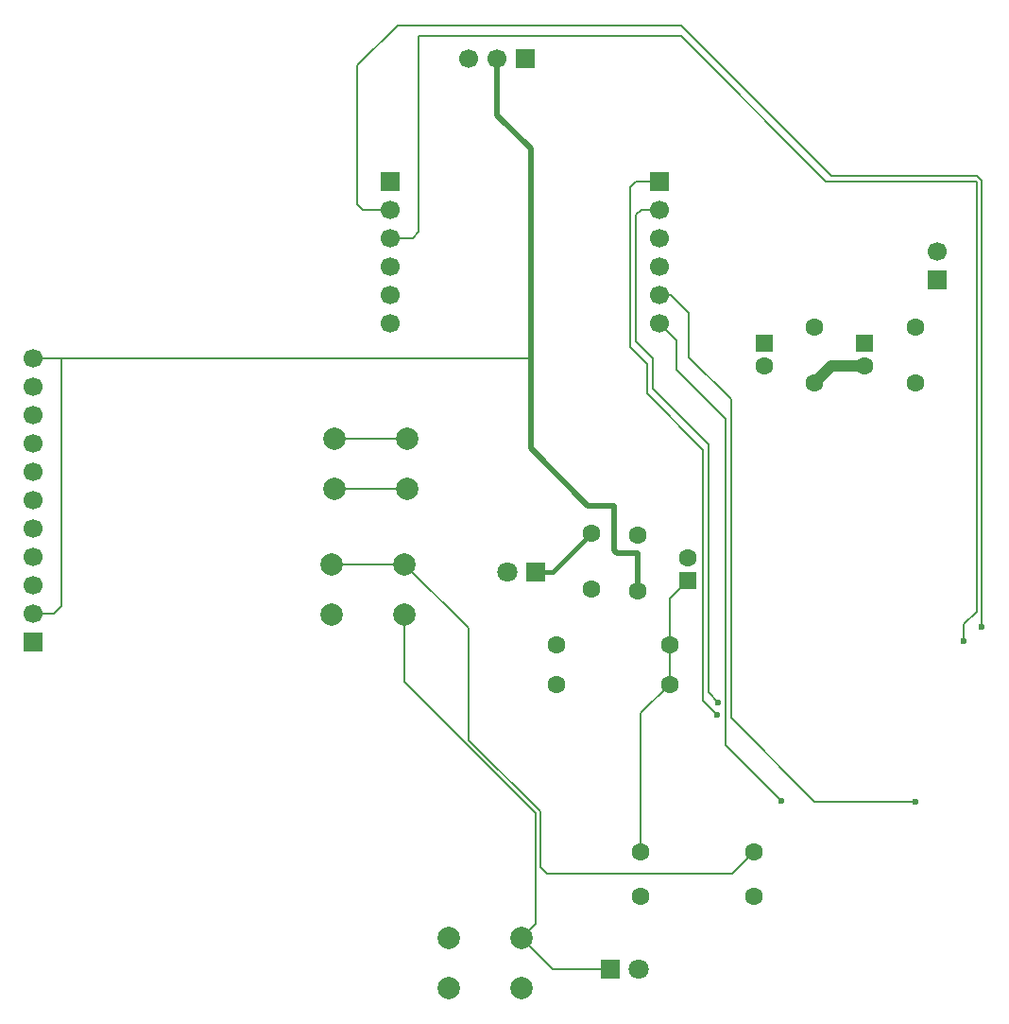
<source format=gbr>
%TF.GenerationSoftware,KiCad,Pcbnew,9.0.5*%
%TF.CreationDate,2025-11-26T15:00:46+01:00*%
%TF.ProjectId,planA,706c616e-412e-46b6-9963-61645f706362,rev?*%
%TF.SameCoordinates,Original*%
%TF.FileFunction,Copper,L2,Bot*%
%TF.FilePolarity,Positive*%
%FSLAX46Y46*%
G04 Gerber Fmt 4.6, Leading zero omitted, Abs format (unit mm)*
G04 Created by KiCad (PCBNEW 9.0.5) date 2025-11-26 15:00:46*
%MOMM*%
%LPD*%
G01*
G04 APERTURE LIST*
G04 Aperture macros list*
%AMRoundRect*
0 Rectangle with rounded corners*
0 $1 Rounding radius*
0 $2 $3 $4 $5 $6 $7 $8 $9 X,Y pos of 4 corners*
0 Add a 4 corners polygon primitive as box body*
4,1,4,$2,$3,$4,$5,$6,$7,$8,$9,$2,$3,0*
0 Add four circle primitives for the rounded corners*
1,1,$1+$1,$2,$3*
1,1,$1+$1,$4,$5*
1,1,$1+$1,$6,$7*
1,1,$1+$1,$8,$9*
0 Add four rect primitives between the rounded corners*
20,1,$1+$1,$2,$3,$4,$5,0*
20,1,$1+$1,$4,$5,$6,$7,0*
20,1,$1+$1,$6,$7,$8,$9,0*
20,1,$1+$1,$8,$9,$2,$3,0*%
G04 Aperture macros list end*
%TA.AperFunction,ComponentPad*%
%ADD10C,1.600000*%
%TD*%
%TA.AperFunction,ComponentPad*%
%ADD11R,1.800000X1.800000*%
%TD*%
%TA.AperFunction,ComponentPad*%
%ADD12C,1.800000*%
%TD*%
%TA.AperFunction,ComponentPad*%
%ADD13RoundRect,0.250000X-0.550000X0.550000X-0.550000X-0.550000X0.550000X-0.550000X0.550000X0.550000X0*%
%TD*%
%TA.AperFunction,ComponentPad*%
%ADD14R,1.700000X1.700000*%
%TD*%
%TA.AperFunction,ComponentPad*%
%ADD15C,1.700000*%
%TD*%
%TA.AperFunction,ComponentPad*%
%ADD16RoundRect,0.250000X0.550000X-0.550000X0.550000X0.550000X-0.550000X0.550000X-0.550000X-0.550000X0*%
%TD*%
%TA.AperFunction,ComponentPad*%
%ADD17C,2.000000*%
%TD*%
%TA.AperFunction,ViaPad*%
%ADD18C,0.600000*%
%TD*%
%TA.AperFunction,Conductor*%
%ADD19C,0.200000*%
%TD*%
%TA.AperFunction,Conductor*%
%ADD20C,0.400000*%
%TD*%
%TA.AperFunction,Conductor*%
%ADD21C,1.000000*%
%TD*%
%TA.AperFunction,Conductor*%
%ADD22C,0.500000*%
%TD*%
G04 APERTURE END LIST*
D10*
%TO.P,C2,1*%
%TO.N,BT_7.4V*%
X145750000Y-77170000D03*
%TO.P,C2,2*%
%TO.N,GND*%
X145750000Y-82170000D03*
%TD*%
D11*
%TO.P,Power,1,K*%
%TO.N,GND*%
X111750000Y-99170000D03*
D12*
%TO.P,Power,2,A*%
%TO.N,Net-(D1-A)*%
X109210000Y-99170000D03*
%TD*%
D10*
%TO.P,R4,1*%
%TO.N,ESP_3.3V*%
X121170000Y-124170000D03*
%TO.P,R4,2*%
%TO.N,Net-(U1-GPIO0{slash}BOOT)*%
X131330000Y-124170000D03*
%TD*%
D13*
%TO.P,C1,1*%
%TO.N,BT_7.4V*%
X141250000Y-78670000D03*
D10*
%TO.P,C1,2*%
%TO.N,GND*%
X141250000Y-80670000D03*
%TD*%
D14*
%TO.P,Battery,1,+*%
%TO.N,BT_7.4V*%
X147750000Y-72945000D03*
D15*
%TO.P,Battery,2,-*%
%TO.N,GND*%
X147750000Y-70405000D03*
%TD*%
D14*
%TO.P,SN1,1,GND*%
%TO.N,GND*%
X66750000Y-105370000D03*
D15*
%TO.P,SN1,2,IR*%
%TO.N,ESP_3.3V*%
X66750000Y-102830000D03*
%TO.P,SN1,3,D1*%
%TO.N,Net-(SN1-D1)*%
X66750000Y-100290000D03*
%TO.P,SN1,4,D2*%
%TO.N,Net-(SN1-D2)*%
X66750000Y-97750000D03*
%TO.P,SN1,5,D3*%
%TO.N,Net-(SN1-D3)*%
X66750000Y-95210000D03*
%TO.P,SN1,6,D4*%
%TO.N,Net-(SN1-D4)*%
X66750000Y-92670000D03*
%TO.P,SN1,7,D5*%
%TO.N,Net-(SN1-D5)*%
X66750000Y-90130000D03*
%TO.P,SN1,8,D6*%
%TO.N,Net-(SN1-D6)*%
X66750000Y-87590000D03*
%TO.P,SN1,9,D7*%
%TO.N,Net-(SN1-D7)*%
X66750000Y-85050000D03*
%TO.P,SN1,10,D8*%
%TO.N,Net-(SN1-D8)*%
X66750000Y-82510000D03*
%TO.P,SN1,11,VCC*%
%TO.N,ESP_3.3V*%
X66750000Y-79970000D03*
%TD*%
D16*
%TO.P,C5,1*%
%TO.N,ESP_3.3V*%
X125400000Y-99860000D03*
D10*
%TO.P,C5,2*%
%TO.N,GND*%
X125400000Y-97860000D03*
%TD*%
%TO.P,C7,1*%
%TO.N,Net-(U1-EN)*%
X116750000Y-100670000D03*
%TO.P,C7,2*%
%TO.N,GND*%
X116750000Y-95670000D03*
%TD*%
D14*
%TO.P,J1,1,DTR*%
%TO.N,unconnected-(J1-DTR-Pad1)*%
X98750000Y-64130000D03*
D15*
%TO.P,J1,2,RX*%
%TO.N,TXD0*%
X98750000Y-66670000D03*
%TO.P,J1,3,TX*%
%TO.N,RXD0*%
X98750000Y-69210000D03*
%TO.P,J1,4,VCC*%
%TO.N,Net-(J1-VCC)*%
X98750000Y-71750000D03*
%TO.P,J1,5,CTS*%
%TO.N,unconnected-(J1-CTS-Pad5)*%
X98750000Y-74290000D03*
%TO.P,J1,6,GND*%
%TO.N,GND*%
X98750000Y-76830000D03*
%TD*%
D10*
%TO.P,R1,1*%
%TO.N,ESP_3.3V*%
X123750000Y-109170000D03*
%TO.P,R1,2*%
%TO.N,Net-(D1-A)*%
X113590000Y-109170000D03*
%TD*%
D17*
%TO.P,Boot,1,1*%
%TO.N,Net-(U1-GPIO0{slash}BOOT)*%
X93500000Y-98420000D03*
X100000000Y-98420000D03*
%TO.P,Boot,2,2*%
%TO.N,GND*%
X93500000Y-102920000D03*
X100000000Y-102920000D03*
%TD*%
D13*
%TO.P,C3,1*%
%TO.N,VCC_3.3V*%
X132250000Y-78670000D03*
D10*
%TO.P,C3,2*%
%TO.N,GND*%
X132250000Y-80670000D03*
%TD*%
%TO.P,R2,1*%
%TO.N,ESP_3.3V*%
X123750000Y-105670000D03*
%TO.P,R2,2*%
%TO.N,Net-(U1-EN)*%
X113590000Y-105670000D03*
%TD*%
D14*
%TO.P,USB Vcc Bat.,1,Pin_1*%
%TO.N,VCC_3.3V*%
X110830000Y-53170000D03*
D15*
%TO.P,USB Vcc Bat.,2,Pin_2*%
%TO.N,ESP_3.3V*%
X108290000Y-53170000D03*
%TO.P,USB Vcc Bat.,3,Pin_3*%
%TO.N,Net-(J1-VCC)*%
X105750000Y-53170000D03*
%TD*%
D17*
%TO.P,Start/Stop,1,1*%
%TO.N,GND*%
X104000000Y-131920000D03*
X110500000Y-131920000D03*
%TO.P,Start/Stop,2,2*%
%TO.N,Net-(U1-MTDO{slash}GPIO40{slash}CLK_OUT2)*%
X104000000Y-136420000D03*
X110500000Y-136420000D03*
%TD*%
D11*
%TO.P,Wifi,1,K*%
%TO.N,GND*%
X118475000Y-134670000D03*
D12*
%TO.P,Wifi,2,A*%
%TO.N,Net-(D4-A)*%
X121015000Y-134670000D03*
%TD*%
D17*
%TO.P,Reset,1,1*%
%TO.N,GND*%
X93750000Y-87170000D03*
X100250000Y-87170000D03*
%TO.P,Reset,2,2*%
%TO.N,Net-(U1-EN)*%
X93750000Y-91670000D03*
X100250000Y-91670000D03*
%TD*%
D10*
%TO.P,R3,1*%
%TO.N,Net-(D4-A)*%
X121170000Y-128170000D03*
%TO.P,R3,2*%
%TO.N,Net-(U1-MTMS{slash}GPIO42)*%
X131330000Y-128170000D03*
%TD*%
D14*
%TO.P,DRV8833,1,IN4*%
%TO.N,GPIO18*%
X122877500Y-64161250D03*
D15*
%TO.P,DRV8833,2,IN3*%
%TO.N,GPIO17*%
X122877500Y-66701250D03*
%TO.P,DRV8833,3,GND*%
%TO.N,GND*%
X122877500Y-69241250D03*
%TO.P,DRV8833,4,VCC*%
%TO.N,BT_7.4V*%
X122877500Y-71781250D03*
%TO.P,DRV8833,5,IN2*%
%TO.N,GPIO45*%
X122877500Y-74321250D03*
%TO.P,DRV8833,6,IN1*%
%TO.N,GPIO46*%
X122877500Y-76861250D03*
%TD*%
D10*
%TO.P,C4,1*%
%TO.N,VCC_3.3V*%
X136750000Y-77170000D03*
%TO.P,C4,2*%
%TO.N,GND*%
X136750000Y-82170000D03*
%TD*%
%TO.P,C6,1*%
%TO.N,ESP_3.3V*%
X120900000Y-100860000D03*
%TO.P,C6,2*%
%TO.N,GND*%
X120900000Y-95860000D03*
%TD*%
D18*
%TO.N,GPIO18*%
X128000000Y-111920000D03*
%TO.N,TXD0*%
X151750000Y-104050000D03*
%TO.N,GPIO45*%
X145750000Y-119670000D03*
%TO.N,GPIO17*%
X128125000Y-110795000D03*
%TO.N,GPIO46*%
X133785000Y-119635000D03*
%TO.N,RXD0*%
X150100000Y-105320000D03*
%TD*%
D19*
%TO.N,GND*%
X110500000Y-131920000D02*
X111750000Y-130670000D01*
D20*
X111750000Y-99170000D02*
X113250000Y-99170000D01*
D21*
X141250000Y-80670000D02*
X138250000Y-80670000D01*
D19*
X100250000Y-87170000D02*
X93750000Y-87170000D01*
X111750000Y-120737100D02*
X100000000Y-108987100D01*
D20*
X113250000Y-99170000D02*
X116750000Y-95670000D01*
D19*
X113250000Y-134670000D02*
X110500000Y-131920000D01*
X111750000Y-130670000D02*
X111750000Y-120737100D01*
X100000000Y-108987100D02*
X100000000Y-102920000D01*
D21*
X138250000Y-80670000D02*
X136750000Y-82170000D01*
D19*
X118475000Y-134670000D02*
X113250000Y-134670000D01*
D22*
%TO.N,ESP_3.3V*%
X120900000Y-97417050D02*
X118997050Y-97417050D01*
X118750000Y-97170000D02*
X118750000Y-93170000D01*
D19*
X69250000Y-102170000D02*
X69250000Y-79970000D01*
X123750000Y-105670000D02*
X123750000Y-101510000D01*
X69250000Y-79970000D02*
X111090000Y-79970000D01*
X123750000Y-101510000D02*
X125400000Y-99860000D01*
D22*
X108290000Y-53170000D02*
X108290000Y-58210000D01*
X120900000Y-100860000D02*
X120900000Y-97417050D01*
D19*
X123750000Y-109170000D02*
X121170000Y-111750000D01*
D22*
X116400000Y-93170000D02*
X111290000Y-88060000D01*
D19*
X66750000Y-102830000D02*
X68590000Y-102830000D01*
D22*
X111290000Y-61210000D02*
X111290000Y-80170000D01*
X118750000Y-93170000D02*
X116400000Y-93170000D01*
D19*
X121170000Y-111750000D02*
X121170000Y-124170000D01*
D22*
X111290000Y-88060000D02*
X111290000Y-80170000D01*
X108290000Y-58210000D02*
X111290000Y-61210000D01*
D19*
X111090000Y-79970000D02*
X111290000Y-80170000D01*
D22*
X118997050Y-97417050D02*
X118750000Y-97170000D01*
D19*
X66750000Y-79970000D02*
X69250000Y-79970000D01*
X123750000Y-109170000D02*
X123750000Y-105670000D01*
X68590000Y-102830000D02*
X69250000Y-102170000D01*
%TO.N,GPIO18*%
X120250000Y-64670000D02*
X120750000Y-64170000D01*
X120750000Y-64170000D02*
X122868750Y-64170000D01*
X120250000Y-79011250D02*
X120250000Y-64670000D01*
X126750000Y-88170000D02*
X121750000Y-83170000D01*
X126750000Y-110670000D02*
X126750000Y-88170000D01*
X121750000Y-80511250D02*
X120250000Y-79011250D01*
X121750000Y-83170000D02*
X121750000Y-80511250D01*
X128000000Y-111920000D02*
X126750000Y-110670000D01*
X122868750Y-64170000D02*
X122877500Y-64161250D01*
%TO.N,TXD0*%
X95750000Y-53769000D02*
X95750000Y-66170000D01*
X138250000Y-63670000D02*
X124750000Y-50170000D01*
X124750000Y-50170000D02*
X99349000Y-50170000D01*
X99349000Y-50170000D02*
X95750000Y-53769000D01*
X151750000Y-64102900D02*
X151317100Y-63670000D01*
X151317100Y-63670000D02*
X138250000Y-63670000D01*
X95750000Y-66170000D02*
X96250000Y-66670000D01*
X151750000Y-104050000D02*
X151750000Y-64102900D01*
X96250000Y-66670000D02*
X98750000Y-66670000D01*
%TO.N,GPIO45*%
X122877500Y-74321250D02*
X123901250Y-74321250D01*
X145750000Y-119670000D02*
X136750000Y-119670000D01*
X123901250Y-74321250D02*
X125500000Y-75920000D01*
X125500000Y-75920000D02*
X125500000Y-79920000D01*
X136750000Y-119670000D02*
X129250000Y-112170000D01*
X129250000Y-112170000D02*
X129250000Y-83670000D01*
X129250000Y-83670000D02*
X125500000Y-79920000D01*
%TO.N,GPIO17*%
X128125000Y-110795000D02*
X127250000Y-109920000D01*
X122250000Y-82670000D02*
X122250000Y-80011250D01*
X120750000Y-78511250D02*
X120750000Y-67170000D01*
X122250000Y-80011250D02*
X120750000Y-78511250D01*
X121218750Y-66701250D02*
X122877500Y-66701250D01*
X120750000Y-67170000D02*
X121218750Y-66701250D01*
X127250000Y-87670000D02*
X122250000Y-82670000D01*
X127250000Y-109920000D02*
X127250000Y-87670000D01*
%TO.N,GPIO46*%
X128750000Y-114600000D02*
X128750000Y-85392500D01*
X133785000Y-119635000D02*
X128750000Y-114600000D01*
X128750000Y-85392500D02*
X124377500Y-81020000D01*
X124377500Y-78361250D02*
X122877500Y-76861250D01*
X124377500Y-81020000D02*
X124377500Y-78361250D01*
%TO.N,RXD0*%
X151250000Y-64170000D02*
X137750000Y-64170000D01*
X137750000Y-64170000D02*
X124750000Y-51170000D01*
X150100000Y-105320000D02*
X150100000Y-103820000D01*
X151250000Y-102670000D02*
X151250000Y-64170000D01*
X101250000Y-51170000D02*
X101250000Y-68670000D01*
X101250000Y-68670000D02*
X100710000Y-69210000D01*
X100710000Y-69210000D02*
X98750000Y-69210000D01*
X124750000Y-51170000D02*
X101250000Y-51170000D01*
X150100000Y-103820000D02*
X151250000Y-102670000D01*
%TO.N,Net-(U1-EN)*%
X93750000Y-91670000D02*
X100250000Y-91670000D01*
%TO.N,Net-(U1-GPIO0{slash}BOOT)*%
X129330000Y-126170000D02*
X112750000Y-126170000D01*
X112750000Y-126170000D02*
X112151000Y-125571000D01*
X112151000Y-125571000D02*
X112151000Y-120571000D01*
X131330000Y-124170000D02*
X129330000Y-126170000D01*
X112151000Y-120571000D02*
X105750000Y-114170000D01*
X105750000Y-114170000D02*
X105750000Y-104170000D01*
X100000000Y-98420000D02*
X93500000Y-98420000D01*
X105750000Y-104170000D02*
X100000000Y-98420000D01*
%TD*%
M02*

</source>
